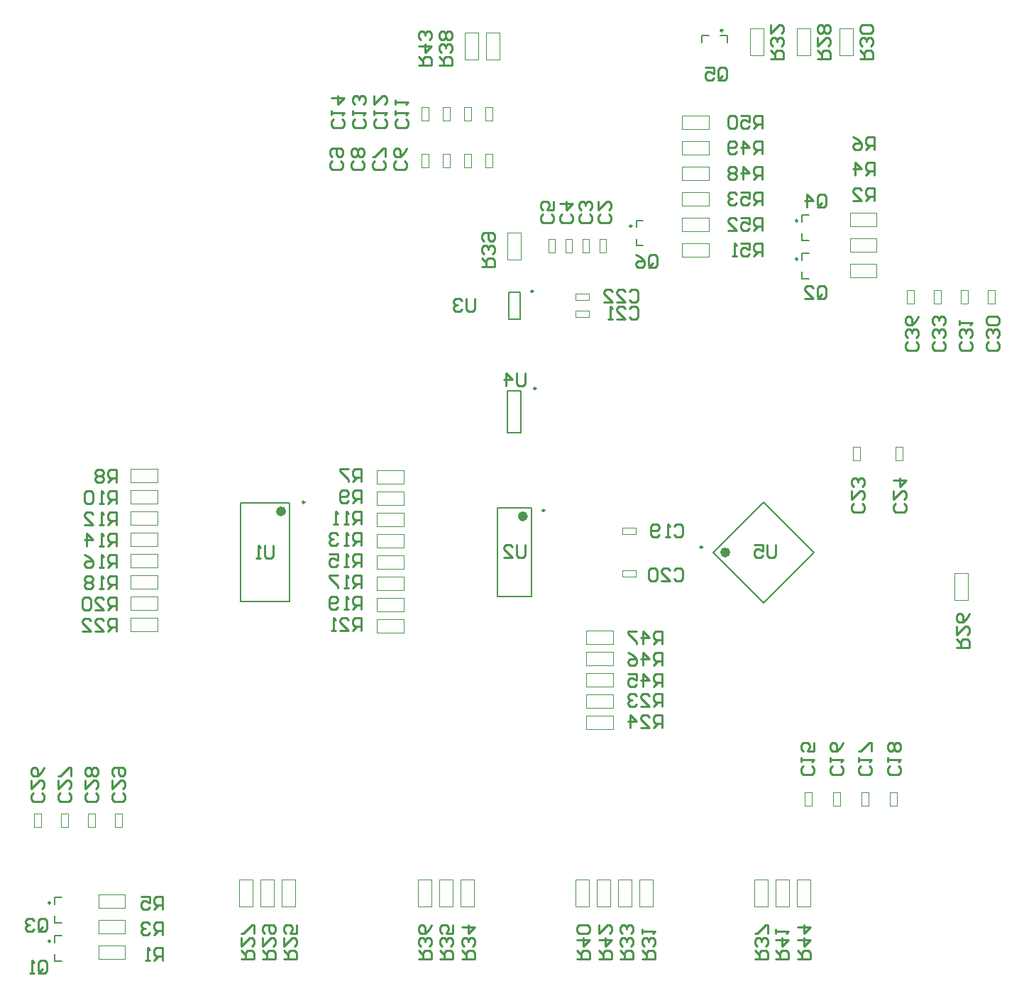
<source format=gbo>
G04 Layer_Color=32896*
%FSLAX44Y44*%
%MOMM*%
G71*
G01*
G75*
%ADD16C,0.2500*%
%ADD23C,0.2540*%
%ADD55C,0.2000*%
%ADD91C,0.6000*%
%ADD92C,0.1000*%
D16*
X344750Y784800D02*
G03*
X344750Y784800I-1250J0D01*
G01*
X819150Y731010D02*
G03*
X819150Y731010I-1250J0D01*
G01*
X617250Y1036640D02*
G03*
X617250Y1036640I-1250J0D01*
G01*
X620750Y920690D02*
G03*
X620750Y920690I-1250J0D01*
G01*
X630750Y775000D02*
G03*
X630750Y775000I-1250J0D01*
G01*
X735150Y1114500D02*
G03*
X735150Y1114500I-1250J0D01*
G01*
X41380Y306600D02*
G03*
X41380Y306600I-1250J0D01*
G01*
Y260880D02*
G03*
X41380Y260880I-1250J0D01*
G01*
X932910Y1120940D02*
G03*
X932910Y1120940I-1250J0D01*
G01*
Y1075220D02*
G03*
X932910Y1075220I-1250J0D01*
G01*
X843510Y1348100D02*
G03*
X843510Y1348100I-1250J0D01*
G01*
D23*
X669640Y239610D02*
X684875D01*
Y247227D01*
X682336Y249767D01*
X677258D01*
X674718Y247227D01*
Y239610D01*
Y244688D02*
X669640Y249767D01*
Y262462D02*
X684875D01*
X677258Y254845D01*
Y265002D01*
X682336Y270080D02*
X684875Y272619D01*
Y277698D01*
X682336Y280237D01*
X672179D01*
X669640Y277698D01*
Y272619D01*
X672179Y270080D01*
X682336D01*
X747240Y239610D02*
X762475D01*
Y247227D01*
X759936Y249767D01*
X754858D01*
X752318Y247227D01*
Y239610D01*
Y244688D02*
X747240Y249767D01*
X759936Y254845D02*
X762475Y257384D01*
Y262462D01*
X759936Y265002D01*
X757397D01*
X754858Y262462D01*
Y259923D01*
Y262462D01*
X752318Y265002D01*
X749779D01*
X747240Y262462D01*
Y257384D01*
X749779Y254845D01*
X747240Y270080D02*
Y275158D01*
Y272619D01*
X762475D01*
X759936Y270080D01*
X956383Y1139879D02*
Y1150036D01*
X958923Y1152575D01*
X964001D01*
X966540Y1150036D01*
Y1139879D01*
X964001Y1137340D01*
X958923D01*
X961462Y1142418D02*
X956383Y1137340D01*
X958923D02*
X956383Y1139879D01*
X943688Y1137340D02*
Y1152575D01*
X951305Y1144957D01*
X941148D01*
X414806Y1241887D02*
X417345Y1239347D01*
Y1234269D01*
X414806Y1231730D01*
X404649D01*
X402110Y1234269D01*
Y1239347D01*
X404649Y1241887D01*
X402110Y1246965D02*
Y1252043D01*
Y1249504D01*
X417345D01*
X414806Y1246965D01*
Y1259661D02*
X417345Y1262200D01*
Y1267278D01*
X414806Y1269818D01*
X412267D01*
X409728Y1267278D01*
Y1264739D01*
Y1267278D01*
X407188Y1269818D01*
X404649D01*
X402110Y1267278D01*
Y1262200D01*
X404649Y1259661D01*
X440206Y1241887D02*
X442745Y1239347D01*
Y1234269D01*
X440206Y1231730D01*
X430050D01*
X427510Y1234269D01*
Y1239347D01*
X430050Y1241887D01*
X427510Y1246965D02*
Y1252043D01*
Y1249504D01*
X442745D01*
X440206Y1246965D01*
X427510Y1269818D02*
Y1259661D01*
X437667Y1269818D01*
X440206D01*
X442745Y1267278D01*
Y1262200D01*
X440206Y1259661D01*
X465606Y1241887D02*
X468145Y1239347D01*
Y1234269D01*
X465606Y1231730D01*
X455450D01*
X452910Y1234269D01*
Y1239347D01*
X455450Y1241887D01*
X452910Y1246965D02*
Y1252043D01*
Y1249504D01*
X468145D01*
X465606Y1246965D01*
X452910Y1259661D02*
Y1264739D01*
Y1262200D01*
X468145D01*
X465606Y1259661D01*
X387406Y1192096D02*
X389945Y1189557D01*
Y1184479D01*
X387406Y1181940D01*
X377249D01*
X374710Y1184479D01*
Y1189557D01*
X377249Y1192096D01*
Y1197175D02*
X374710Y1199714D01*
Y1204792D01*
X377249Y1207332D01*
X387406D01*
X389945Y1204792D01*
Y1199714D01*
X387406Y1197175D01*
X384867D01*
X382328Y1199714D01*
Y1207332D01*
X412806Y1192096D02*
X415345Y1189557D01*
Y1184479D01*
X412806Y1181940D01*
X402649D01*
X400110Y1184479D01*
Y1189557D01*
X402649Y1192096D01*
X412806Y1197175D02*
X415345Y1199714D01*
Y1204792D01*
X412806Y1207332D01*
X410267D01*
X407728Y1204792D01*
X405188Y1207332D01*
X402649D01*
X400110Y1204792D01*
Y1199714D01*
X402649Y1197175D01*
X405188D01*
X407728Y1199714D01*
X410267Y1197175D01*
X412806D01*
X407728Y1199714D02*
Y1204792D01*
X438206Y1192096D02*
X440745Y1189557D01*
Y1184479D01*
X438206Y1181940D01*
X428049D01*
X425510Y1184479D01*
Y1189557D01*
X428049Y1192096D01*
X440745Y1197175D02*
Y1207332D01*
X438206D01*
X428049Y1197175D01*
X425510D01*
X463606Y1192096D02*
X466145Y1189557D01*
Y1184479D01*
X463606Y1181940D01*
X453450D01*
X450910Y1184479D01*
Y1189557D01*
X453450Y1192096D01*
X466145Y1207332D02*
X463606Y1202253D01*
X458528Y1197175D01*
X453450D01*
X450910Y1199714D01*
Y1204792D01*
X453450Y1207332D01*
X455989D01*
X458528Y1204792D01*
Y1197175D01*
X639016Y1128867D02*
X641555Y1126327D01*
Y1121249D01*
X639016Y1118710D01*
X628859D01*
X626320Y1121249D01*
Y1126327D01*
X628859Y1128867D01*
X641555Y1144102D02*
Y1133945D01*
X633938D01*
X636477Y1139023D01*
Y1141562D01*
X633938Y1144102D01*
X628859D01*
X626320Y1141562D01*
Y1136484D01*
X628859Y1133945D01*
X661903Y1128867D02*
X664442Y1126327D01*
Y1121249D01*
X661903Y1118710D01*
X651746D01*
X649207Y1121249D01*
Y1126327D01*
X651746Y1128867D01*
X649207Y1141562D02*
X664442D01*
X656824Y1133945D01*
Y1144102D01*
X684789Y1128867D02*
X687328Y1126327D01*
Y1121249D01*
X684789Y1118710D01*
X674633D01*
X672093Y1121249D01*
Y1126327D01*
X674633Y1128867D01*
X684789Y1133945D02*
X687328Y1136484D01*
Y1141562D01*
X684789Y1144102D01*
X682250D01*
X679711Y1141562D01*
Y1139023D01*
Y1141562D01*
X677172Y1144102D01*
X674633D01*
X672093Y1141562D01*
Y1136484D01*
X674633Y1133945D01*
X707676Y1128867D02*
X710215Y1126327D01*
Y1121249D01*
X707676Y1118710D01*
X697519D01*
X694980Y1121249D01*
Y1126327D01*
X697519Y1128867D01*
X694980Y1144102D02*
Y1133945D01*
X705137Y1144102D01*
X707676D01*
X710215Y1141562D01*
Y1136484D01*
X707676Y1133945D01*
X837993Y1291559D02*
Y1301716D01*
X840533Y1304255D01*
X845611D01*
X848150Y1301716D01*
Y1291559D01*
X845611Y1289020D01*
X840533D01*
X843072Y1294098D02*
X837993Y1289020D01*
X840533D02*
X837993Y1291559D01*
X822758Y1304255D02*
X832915D01*
Y1296637D01*
X827837Y1299176D01*
X825297D01*
X822758Y1296637D01*
Y1291559D01*
X825297Y1289020D01*
X830376D01*
X832915Y1291559D01*
X890280Y1139670D02*
Y1154905D01*
X882663D01*
X880123Y1152366D01*
Y1147287D01*
X882663Y1144748D01*
X890280D01*
X885202D02*
X880123Y1139670D01*
X864888Y1154905D02*
X875045D01*
Y1147287D01*
X869967Y1149827D01*
X867427D01*
X864888Y1147287D01*
Y1142209D01*
X867427Y1139670D01*
X872506D01*
X875045Y1142209D01*
X859810Y1152366D02*
X857271Y1154905D01*
X852192D01*
X849653Y1152366D01*
Y1149827D01*
X852192Y1147287D01*
X854732D01*
X852192D01*
X849653Y1144748D01*
Y1142209D01*
X852192Y1139670D01*
X857271D01*
X859810Y1142209D01*
X890280Y1109190D02*
Y1124425D01*
X882663D01*
X880123Y1121886D01*
Y1116807D01*
X882663Y1114268D01*
X890280D01*
X885202D02*
X880123Y1109190D01*
X864888Y1124425D02*
X875045D01*
Y1116807D01*
X869967Y1119347D01*
X867427D01*
X864888Y1116807D01*
Y1111729D01*
X867427Y1109190D01*
X872506D01*
X875045Y1111729D01*
X849653Y1109190D02*
X859810D01*
X849653Y1119347D01*
Y1121886D01*
X852192Y1124425D01*
X857271D01*
X859810Y1121886D01*
X890280Y1078710D02*
Y1093945D01*
X882663D01*
X880123Y1091406D01*
Y1086327D01*
X882663Y1083788D01*
X890280D01*
X885202D02*
X880123Y1078710D01*
X864888Y1093945D02*
X875045D01*
Y1086327D01*
X869967Y1088867D01*
X867427D01*
X864888Y1086327D01*
Y1081249D01*
X867427Y1078710D01*
X872506D01*
X875045Y1081249D01*
X859810Y1078710D02*
X854732D01*
X857271D01*
Y1093945D01*
X859810Y1091406D01*
X890280Y1231110D02*
Y1246345D01*
X882663D01*
X880123Y1243806D01*
Y1238727D01*
X882663Y1236188D01*
X890280D01*
X885202D02*
X880123Y1231110D01*
X864888Y1246345D02*
X875045D01*
Y1238727D01*
X869967Y1241267D01*
X867427D01*
X864888Y1238727D01*
Y1233649D01*
X867427Y1231110D01*
X872506D01*
X875045Y1233649D01*
X859810Y1243806D02*
X857271Y1246345D01*
X852192D01*
X849653Y1243806D01*
Y1233649D01*
X852192Y1231110D01*
X857271D01*
X859810Y1233649D01*
Y1243806D01*
X890280Y1200630D02*
Y1215865D01*
X882663D01*
X880123Y1213326D01*
Y1208247D01*
X882663Y1205708D01*
X890280D01*
X885202D02*
X880123Y1200630D01*
X867427D02*
Y1215865D01*
X875045Y1208247D01*
X864888D01*
X859810Y1203169D02*
X857271Y1200630D01*
X852192D01*
X849653Y1203169D01*
Y1213326D01*
X852192Y1215865D01*
X857271D01*
X859810Y1213326D01*
Y1210787D01*
X857271Y1208247D01*
X849653D01*
X890280Y1170150D02*
Y1185385D01*
X882663D01*
X880123Y1182846D01*
Y1177767D01*
X882663Y1175228D01*
X890280D01*
X885202D02*
X880123Y1170150D01*
X867427D02*
Y1185385D01*
X875045Y1177767D01*
X864888D01*
X859810Y1182846D02*
X857271Y1185385D01*
X852192D01*
X849653Y1182846D01*
Y1180307D01*
X852192Y1177767D01*
X849653Y1175228D01*
Y1172689D01*
X852192Y1170150D01*
X857271D01*
X859810Y1172689D01*
Y1175228D01*
X857271Y1177767D01*
X859810Y1180307D01*
Y1182846D01*
X857271Y1177767D02*
X852192D01*
X754893Y1067829D02*
Y1077986D01*
X757432Y1080525D01*
X762511D01*
X765050Y1077986D01*
Y1067829D01*
X762511Y1065290D01*
X757432D01*
X759972Y1070368D02*
X754893Y1065290D01*
X757432D02*
X754893Y1067829D01*
X739658Y1080525D02*
X744737Y1077986D01*
X749815Y1072907D01*
Y1067829D01*
X747276Y1065290D01*
X742197D01*
X739658Y1067829D01*
Y1070368D01*
X742197Y1072907D01*
X749815D01*
X1073886Y975927D02*
X1076425Y973387D01*
Y968309D01*
X1073886Y965770D01*
X1063729D01*
X1061190Y968309D01*
Y973387D01*
X1063729Y975927D01*
X1073886Y981005D02*
X1076425Y983544D01*
Y988622D01*
X1073886Y991162D01*
X1071347D01*
X1068808Y988622D01*
Y986083D01*
Y988622D01*
X1066268Y991162D01*
X1063729D01*
X1061190Y988622D01*
Y983544D01*
X1063729Y981005D01*
X1076425Y1006397D02*
X1073886Y1001318D01*
X1068808Y996240D01*
X1063729D01*
X1061190Y998779D01*
Y1003857D01*
X1063729Y1006397D01*
X1066268D01*
X1068808Y1003857D01*
Y996240D01*
X1106059Y975927D02*
X1108598Y973387D01*
Y968309D01*
X1106059Y965770D01*
X1095903D01*
X1093363Y968309D01*
Y973387D01*
X1095903Y975927D01*
X1106059Y981005D02*
X1108598Y983544D01*
Y988622D01*
X1106059Y991162D01*
X1103520D01*
X1100981Y988622D01*
Y986083D01*
Y988622D01*
X1098442Y991162D01*
X1095903D01*
X1093363Y988622D01*
Y983544D01*
X1095903Y981005D01*
X1106059Y996240D02*
X1108598Y998779D01*
Y1003857D01*
X1106059Y1006397D01*
X1103520D01*
X1100981Y1003857D01*
Y1001318D01*
Y1003857D01*
X1098442Y1006397D01*
X1095903D01*
X1093363Y1003857D01*
Y998779D01*
X1095903Y996240D01*
X1138233Y975927D02*
X1140772Y973387D01*
Y968309D01*
X1138233Y965770D01*
X1128076D01*
X1125537Y968309D01*
Y973387D01*
X1128076Y975927D01*
X1138233Y981005D02*
X1140772Y983544D01*
Y988622D01*
X1138233Y991162D01*
X1135694D01*
X1133154Y988622D01*
Y986083D01*
Y988622D01*
X1130615Y991162D01*
X1128076D01*
X1125537Y988622D01*
Y983544D01*
X1128076Y981005D01*
X1125537Y996240D02*
Y1001318D01*
Y998779D01*
X1140772D01*
X1138233Y996240D01*
X1170406Y975927D02*
X1172945Y973387D01*
Y968309D01*
X1170406Y965770D01*
X1160249D01*
X1157710Y968309D01*
Y973387D01*
X1160249Y975927D01*
X1170406Y981005D02*
X1172945Y983544D01*
Y988622D01*
X1170406Y991162D01*
X1167867D01*
X1165328Y988622D01*
Y986083D01*
Y988622D01*
X1162788Y991162D01*
X1160249D01*
X1157710Y988622D01*
Y983544D01*
X1160249Y981005D01*
X1170406Y996240D02*
X1172945Y998779D01*
Y1003857D01*
X1170406Y1006397D01*
X1160249D01*
X1157710Y1003857D01*
Y998779D01*
X1160249Y996240D01*
X1170406D01*
X127536Y437907D02*
X130075Y435367D01*
Y430289D01*
X127536Y427750D01*
X117379D01*
X114840Y430289D01*
Y435367D01*
X117379Y437907D01*
X114840Y453142D02*
Y442985D01*
X124997Y453142D01*
X127536D01*
X130075Y450602D01*
Y445524D01*
X127536Y442985D01*
X117379Y458220D02*
X114840Y460759D01*
Y465838D01*
X117379Y468377D01*
X127536D01*
X130075Y465838D01*
Y460759D01*
X127536Y458220D01*
X124997D01*
X122458Y460759D01*
Y468377D01*
X95376Y437907D02*
X97915Y435367D01*
Y430289D01*
X95376Y427750D01*
X85219D01*
X82680Y430289D01*
Y435367D01*
X85219Y437907D01*
X82680Y453142D02*
Y442985D01*
X92837Y453142D01*
X95376D01*
X97915Y450602D01*
Y445524D01*
X95376Y442985D01*
Y458220D02*
X97915Y460759D01*
Y465838D01*
X95376Y468377D01*
X92837D01*
X90298Y465838D01*
X87758Y468377D01*
X85219D01*
X82680Y465838D01*
Y460759D01*
X85219Y458220D01*
X87758D01*
X90298Y460759D01*
X92837Y458220D01*
X95376D01*
X90298Y460759D02*
Y465838D01*
X63216Y437907D02*
X65755Y435367D01*
Y430289D01*
X63216Y427750D01*
X53059D01*
X50520Y430289D01*
Y435367D01*
X53059Y437907D01*
X50520Y453142D02*
Y442985D01*
X60677Y453142D01*
X63216D01*
X65755Y450602D01*
Y445524D01*
X63216Y442985D01*
X65755Y458220D02*
Y468377D01*
X63216D01*
X53059Y458220D01*
X50520D01*
X31056Y437907D02*
X33595Y435367D01*
Y430289D01*
X31056Y427750D01*
X20899D01*
X18360Y430289D01*
Y435367D01*
X20899Y437907D01*
X18360Y453142D02*
Y442985D01*
X28517Y453142D01*
X31056D01*
X33595Y450602D01*
Y445524D01*
X31056Y442985D01*
X33595Y468377D02*
X31056Y463298D01*
X25978Y458220D01*
X20899D01*
X18360Y460759D01*
Y465838D01*
X20899Y468377D01*
X23438D01*
X25978Y465838D01*
Y458220D01*
X695507Y239610D02*
X710742D01*
Y247227D01*
X708203Y249767D01*
X703124D01*
X700585Y247227D01*
Y239610D01*
Y244688D02*
X695507Y249767D01*
Y262462D02*
X710742D01*
X703124Y254845D01*
Y265002D01*
X695507Y280237D02*
Y270080D01*
X705664Y280237D01*
X708203D01*
X710742Y277698D01*
Y272619D01*
X708203Y270080D01*
X480970Y239610D02*
X496205D01*
Y247227D01*
X493666Y249767D01*
X488588D01*
X486048Y247227D01*
Y239610D01*
Y244688D02*
X480970Y249767D01*
X493666Y254845D02*
X496205Y257384D01*
Y262462D01*
X493666Y265002D01*
X491127D01*
X488588Y262462D01*
Y259923D01*
Y262462D01*
X486048Y265002D01*
X483509D01*
X480970Y262462D01*
Y257384D01*
X483509Y254845D01*
X496205Y280237D02*
X493666Y275158D01*
X488588Y270080D01*
X483509D01*
X480970Y272619D01*
Y277698D01*
X483509Y280237D01*
X486048D01*
X488588Y277698D01*
Y270080D01*
X506500Y239610D02*
X521735D01*
Y247227D01*
X519196Y249767D01*
X514118D01*
X511578Y247227D01*
Y239610D01*
Y244688D02*
X506500Y249767D01*
X519196Y254845D02*
X521735Y257384D01*
Y262462D01*
X519196Y265002D01*
X516657D01*
X514118Y262462D01*
Y259923D01*
Y262462D01*
X511578Y265002D01*
X509039D01*
X506500Y262462D01*
Y257384D01*
X509039Y254845D01*
X521735Y280237D02*
Y270080D01*
X514118D01*
X516657Y275158D01*
Y277698D01*
X514118Y280237D01*
X509039D01*
X506500Y277698D01*
Y272619D01*
X509039Y270080D01*
X294435Y239610D02*
X309670D01*
Y247227D01*
X307131Y249767D01*
X302053D01*
X299513Y247227D01*
Y239610D01*
Y244688D02*
X294435Y249767D01*
Y265002D02*
Y254845D01*
X304592Y265002D01*
X307131D01*
X309670Y262462D01*
Y257384D01*
X307131Y254845D01*
X296974Y270080D02*
X294435Y272619D01*
Y277698D01*
X296974Y280237D01*
X307131D01*
X309670Y277698D01*
Y272619D01*
X307131Y270080D01*
X304592D01*
X302053Y272619D01*
Y280237D01*
X268680Y239610D02*
X283915D01*
Y247227D01*
X281376Y249767D01*
X276298D01*
X273758Y247227D01*
Y239610D01*
Y244688D02*
X268680Y249767D01*
Y265002D02*
Y254845D01*
X278837Y265002D01*
X281376D01*
X283915Y262462D01*
Y257384D01*
X281376Y254845D01*
X283915Y270080D02*
Y280237D01*
X281376D01*
X271219Y270080D01*
X268680D01*
X320190Y239610D02*
X335425D01*
Y247227D01*
X332886Y249767D01*
X327808D01*
X325268Y247227D01*
Y239610D01*
Y244688D02*
X320190Y249767D01*
Y265002D02*
Y254845D01*
X330347Y265002D01*
X332886D01*
X335425Y262462D01*
Y257384D01*
X332886Y254845D01*
X335425Y280237D02*
Y270080D01*
X327808D01*
X330347Y275158D01*
Y277698D01*
X327808Y280237D01*
X322729D01*
X320190Y277698D01*
Y272619D01*
X322729Y270080D01*
X956383Y1030549D02*
Y1040706D01*
X958923Y1043245D01*
X964001D01*
X966540Y1040706D01*
Y1030549D01*
X964001Y1028010D01*
X958923D01*
X961462Y1033088D02*
X956383Y1028010D01*
X958923D02*
X956383Y1030549D01*
X941148Y1028010D02*
X951305D01*
X941148Y1038167D01*
Y1040706D01*
X943688Y1043245D01*
X948766D01*
X951305Y1040706D01*
X389406Y1241887D02*
X391945Y1239347D01*
Y1234269D01*
X389406Y1231730D01*
X379249D01*
X376710Y1234269D01*
Y1239347D01*
X379249Y1241887D01*
X376710Y1246965D02*
Y1252043D01*
Y1249504D01*
X391945D01*
X389406Y1246965D01*
X376710Y1267278D02*
X391945D01*
X384328Y1259661D01*
Y1269818D01*
X547940Y1028225D02*
Y1015529D01*
X545401Y1012990D01*
X540322D01*
X537783Y1015529D01*
Y1028225D01*
X532705Y1025686D02*
X530166Y1028225D01*
X525088D01*
X522548Y1025686D01*
Y1023147D01*
X525088Y1020607D01*
X527627D01*
X525088D01*
X522548Y1018068D01*
Y1015529D01*
X525088Y1012990D01*
X530166D01*
X532705Y1015529D01*
X607500Y733735D02*
Y721039D01*
X604961Y718500D01*
X599883D01*
X597343Y721039D01*
Y733735D01*
X582108Y718500D02*
X592265D01*
X582108Y728656D01*
Y731196D01*
X584647Y733735D01*
X589726D01*
X592265Y731196D01*
X307000Y733485D02*
Y720789D01*
X304461Y718250D01*
X299382D01*
X296843Y720789D01*
Y733485D01*
X291765Y718250D02*
X286687D01*
X289226D01*
Y733485D01*
X291765Y730946D01*
X771340Y615810D02*
Y631045D01*
X763723D01*
X761183Y628506D01*
Y623427D01*
X763723Y620888D01*
X771340D01*
X766262D02*
X761183Y615810D01*
X748487D02*
Y631045D01*
X756105Y623427D01*
X745948D01*
X740870Y631045D02*
X730713D01*
Y628506D01*
X740870Y618349D01*
Y615810D01*
X771340Y590410D02*
Y605645D01*
X763723D01*
X761183Y603106D01*
Y598027D01*
X763723Y595488D01*
X771340D01*
X766262D02*
X761183Y590410D01*
X748487D02*
Y605645D01*
X756105Y598027D01*
X745948D01*
X730713Y605645D02*
X735791Y603106D01*
X740870Y598027D01*
Y592949D01*
X738331Y590410D01*
X733252D01*
X730713Y592949D01*
Y595488D01*
X733252Y598027D01*
X740870D01*
X771340Y565010D02*
Y580245D01*
X763723D01*
X761183Y577706D01*
Y572627D01*
X763723Y570088D01*
X771340D01*
X766262D02*
X761183Y565010D01*
X748487D02*
Y580245D01*
X756105Y572627D01*
X745948D01*
X730713Y580245D02*
X740870D01*
Y572627D01*
X735791Y575167D01*
X733252D01*
X730713Y572627D01*
Y567549D01*
X733252Y565010D01*
X738331D01*
X740870Y567549D01*
X1007210Y1314220D02*
X1022445D01*
Y1321837D01*
X1019906Y1324377D01*
X1014828D01*
X1012288Y1321837D01*
Y1314220D01*
Y1319298D02*
X1007210Y1324377D01*
X1019906Y1329455D02*
X1022445Y1331994D01*
Y1337072D01*
X1019906Y1339612D01*
X1017367D01*
X1014828Y1337072D01*
Y1334533D01*
Y1337072D01*
X1012288Y1339612D01*
X1009749D01*
X1007210Y1337072D01*
Y1331994D01*
X1009749Y1329455D01*
X1019906Y1344690D02*
X1022445Y1347229D01*
Y1352307D01*
X1019906Y1354847D01*
X1009749D01*
X1007210Y1352307D01*
Y1347229D01*
X1009749Y1344690D01*
X1019906D01*
X956440Y1314220D02*
X971675D01*
Y1321837D01*
X969136Y1324377D01*
X964058D01*
X961518Y1321837D01*
Y1314220D01*
Y1319298D02*
X956440Y1324377D01*
Y1339612D02*
Y1329455D01*
X966597Y1339612D01*
X969136D01*
X971675Y1337072D01*
Y1331994D01*
X969136Y1329455D01*
Y1344690D02*
X971675Y1347229D01*
Y1352307D01*
X969136Y1354847D01*
X966597D01*
X964058Y1352307D01*
X961518Y1354847D01*
X958979D01*
X956440Y1352307D01*
Y1347229D01*
X958979Y1344690D01*
X961518D01*
X964058Y1347229D01*
X966597Y1344690D01*
X969136D01*
X964058Y1347229D02*
Y1352307D01*
X1122280Y611200D02*
X1137515D01*
Y618817D01*
X1134976Y621357D01*
X1129898D01*
X1127358Y618817D01*
Y611200D01*
Y616278D02*
X1122280Y621357D01*
Y636592D02*
Y626435D01*
X1132437Y636592D01*
X1134976D01*
X1137515Y634052D01*
Y628974D01*
X1134976Y626435D01*
X1137515Y651827D02*
X1134976Y646748D01*
X1129898Y641670D01*
X1124819D01*
X1122280Y644209D01*
Y649287D01*
X1124819Y651827D01*
X1127358D01*
X1129898Y649287D01*
Y641670D01*
X900790Y1314220D02*
X916025D01*
Y1321837D01*
X913486Y1324377D01*
X908408D01*
X905868Y1321837D01*
Y1314220D01*
Y1319298D02*
X900790Y1324377D01*
X913486Y1329455D02*
X916025Y1331994D01*
Y1337072D01*
X913486Y1339612D01*
X910947D01*
X908408Y1337072D01*
Y1334533D01*
Y1337072D01*
X905868Y1339612D01*
X903329D01*
X900790Y1337072D01*
Y1331994D01*
X903329Y1329455D01*
X900790Y1354847D02*
Y1344690D01*
X910947Y1354847D01*
X913486D01*
X916025Y1352307D01*
Y1347229D01*
X913486Y1344690D01*
X771340Y515240D02*
Y530475D01*
X763723D01*
X761183Y527936D01*
Y522857D01*
X763723Y520318D01*
X771340D01*
X766262D02*
X761183Y515240D01*
X745948D02*
X756105D01*
X745948Y525396D01*
Y527936D01*
X748487Y530475D01*
X753566D01*
X756105Y527936D01*
X733252Y515240D02*
Y530475D01*
X740870Y522857D01*
X730713D01*
X771340Y540890D02*
Y556125D01*
X763723D01*
X761183Y553586D01*
Y548507D01*
X763723Y545968D01*
X771340D01*
X766262D02*
X761183Y540890D01*
X745948D02*
X756105D01*
X745948Y551046D01*
Y553586D01*
X748487Y556125D01*
X753566D01*
X756105Y553586D01*
X740870D02*
X738331Y556125D01*
X733252D01*
X730713Y553586D01*
Y551046D01*
X733252Y548507D01*
X735791D01*
X733252D01*
X730713Y545968D01*
Y543429D01*
X733252Y540890D01*
X738331D01*
X740870Y543429D01*
X119900Y631090D02*
Y646325D01*
X112282D01*
X109743Y643786D01*
Y638707D01*
X112282Y636168D01*
X119900D01*
X114822D02*
X109743Y631090D01*
X94508D02*
X104665D01*
X94508Y641246D01*
Y643786D01*
X97047Y646325D01*
X102126D01*
X104665Y643786D01*
X79273Y631090D02*
X89430D01*
X79273Y641246D01*
Y643786D01*
X81812Y646325D01*
X86891D01*
X89430Y643786D01*
X411790Y631830D02*
Y647065D01*
X404172D01*
X401633Y644526D01*
Y639448D01*
X404172Y636908D01*
X411790D01*
X406712D02*
X401633Y631830D01*
X386398D02*
X396555D01*
X386398Y641987D01*
Y644526D01*
X388937Y647065D01*
X394016D01*
X396555Y644526D01*
X381320Y631830D02*
X376241D01*
X378781D01*
Y647065D01*
X381320Y644526D01*
X119900Y656490D02*
Y671725D01*
X112282D01*
X109743Y669186D01*
Y664107D01*
X112282Y661568D01*
X119900D01*
X114822D02*
X109743Y656490D01*
X94508D02*
X104665D01*
X94508Y666646D01*
Y669186D01*
X97047Y671725D01*
X102126D01*
X104665Y669186D01*
X89430D02*
X86891Y671725D01*
X81812D01*
X79273Y669186D01*
Y659029D01*
X81812Y656490D01*
X86891D01*
X89430Y659029D01*
Y669186D01*
X411790Y657230D02*
Y672465D01*
X404172D01*
X401633Y669926D01*
Y664847D01*
X404172Y662308D01*
X411790D01*
X406712D02*
X401633Y657230D01*
X396555D02*
X391477D01*
X394016D01*
Y672465D01*
X396555Y669926D01*
X383859Y659769D02*
X381320Y657230D01*
X376241D01*
X373702Y659769D01*
Y669926D01*
X376241Y672465D01*
X381320D01*
X383859Y669926D01*
Y667387D01*
X381320Y664847D01*
X373702D01*
X119900Y681890D02*
Y697125D01*
X112282D01*
X109743Y694586D01*
Y689507D01*
X112282Y686968D01*
X119900D01*
X114822D02*
X109743Y681890D01*
X104665D02*
X99587D01*
X102126D01*
Y697125D01*
X104665Y694586D01*
X91969D02*
X89430Y697125D01*
X84352D01*
X81812Y694586D01*
Y692047D01*
X84352Y689507D01*
X81812Y686968D01*
Y684429D01*
X84352Y681890D01*
X89430D01*
X91969Y684429D01*
Y686968D01*
X89430Y689507D01*
X91969Y692047D01*
Y694586D01*
X89430Y689507D02*
X84352D01*
X411790Y682630D02*
Y697865D01*
X404172D01*
X401633Y695326D01*
Y690247D01*
X404172Y687708D01*
X411790D01*
X406712D02*
X401633Y682630D01*
X396555D02*
X391477D01*
X394016D01*
Y697865D01*
X396555Y695326D01*
X383859Y697865D02*
X373702D01*
Y695326D01*
X383859Y685169D01*
Y682630D01*
X119900Y707290D02*
Y722525D01*
X112282D01*
X109743Y719986D01*
Y714907D01*
X112282Y712368D01*
X119900D01*
X114822D02*
X109743Y707290D01*
X104665D02*
X99587D01*
X102126D01*
Y722525D01*
X104665Y719986D01*
X81812Y722525D02*
X86891Y719986D01*
X91969Y714907D01*
Y709829D01*
X89430Y707290D01*
X84352D01*
X81812Y709829D01*
Y712368D01*
X84352Y714907D01*
X91969D01*
X411790Y708030D02*
Y723265D01*
X404172D01*
X401633Y720726D01*
Y715648D01*
X404172Y713108D01*
X411790D01*
X406712D02*
X401633Y708030D01*
X396555D02*
X391477D01*
X394016D01*
Y723265D01*
X396555Y720726D01*
X373702Y723265D02*
X383859D01*
Y715648D01*
X378781Y718187D01*
X376241D01*
X373702Y715648D01*
Y710569D01*
X376241Y708030D01*
X381320D01*
X383859Y710569D01*
X119900Y732690D02*
Y747925D01*
X112282D01*
X109743Y745386D01*
Y740307D01*
X112282Y737768D01*
X119900D01*
X114822D02*
X109743Y732690D01*
X104665D02*
X99587D01*
X102126D01*
Y747925D01*
X104665Y745386D01*
X84352Y732690D02*
Y747925D01*
X91969Y740307D01*
X81812D01*
X411790Y733430D02*
Y748665D01*
X404172D01*
X401633Y746126D01*
Y741048D01*
X404172Y738508D01*
X411790D01*
X406712D02*
X401633Y733430D01*
X396555D02*
X391477D01*
X394016D01*
Y748665D01*
X396555Y746126D01*
X383859D02*
X381320Y748665D01*
X376241D01*
X373702Y746126D01*
Y743587D01*
X376241Y741048D01*
X378781D01*
X376241D01*
X373702Y738508D01*
Y735969D01*
X376241Y733430D01*
X381320D01*
X383859Y735969D01*
X119900Y758090D02*
Y773325D01*
X112282D01*
X109743Y770786D01*
Y765707D01*
X112282Y763168D01*
X119900D01*
X114822D02*
X109743Y758090D01*
X104665D02*
X99587D01*
X102126D01*
Y773325D01*
X104665Y770786D01*
X81812Y758090D02*
X91969D01*
X81812Y768247D01*
Y770786D01*
X84352Y773325D01*
X89430D01*
X91969Y770786D01*
X411790Y758830D02*
Y774065D01*
X404172D01*
X401633Y771526D01*
Y766448D01*
X404172Y763908D01*
X411790D01*
X406712D02*
X401633Y758830D01*
X396555D02*
X391477D01*
X394016D01*
Y774065D01*
X396555Y771526D01*
X383859Y758830D02*
X378781D01*
X381320D01*
Y774065D01*
X383859Y771526D01*
X119900Y783490D02*
Y798725D01*
X112282D01*
X109743Y796186D01*
Y791107D01*
X112282Y788568D01*
X119900D01*
X114822D02*
X109743Y783490D01*
X104665D02*
X99587D01*
X102126D01*
Y798725D01*
X104665Y796186D01*
X91969D02*
X89430Y798725D01*
X84352D01*
X81812Y796186D01*
Y786029D01*
X84352Y783490D01*
X89430D01*
X91969Y786029D01*
Y796186D01*
X411790Y784230D02*
Y799465D01*
X404172D01*
X401633Y796926D01*
Y791848D01*
X404172Y789308D01*
X411790D01*
X406712D02*
X401633Y784230D01*
X396555Y786769D02*
X394016Y784230D01*
X388937D01*
X386398Y786769D01*
Y796926D01*
X388937Y799465D01*
X394016D01*
X396555Y796926D01*
Y794387D01*
X394016Y791848D01*
X386398D01*
X119900Y808890D02*
Y824125D01*
X112282D01*
X109743Y821586D01*
Y816507D01*
X112282Y813968D01*
X119900D01*
X114822D02*
X109743Y808890D01*
X104665Y821586D02*
X102126Y824125D01*
X97047D01*
X94508Y821586D01*
Y819046D01*
X97047Y816507D01*
X94508Y813968D01*
Y811429D01*
X97047Y808890D01*
X102126D01*
X104665Y811429D01*
Y813968D01*
X102126Y816507D01*
X104665Y819046D01*
Y821586D01*
X102126Y816507D02*
X97047D01*
X411790Y809630D02*
Y824865D01*
X404172D01*
X401633Y822326D01*
Y817247D01*
X404172Y814708D01*
X411790D01*
X406712D02*
X401633Y809630D01*
X396555Y824865D02*
X386398D01*
Y822326D01*
X396555Y812169D01*
Y809630D01*
X1024010Y1205600D02*
Y1220835D01*
X1016392D01*
X1013853Y1218296D01*
Y1213218D01*
X1016392Y1210679D01*
X1024010D01*
X1018932D02*
X1013853Y1205600D01*
X998618Y1220835D02*
X1003697Y1218296D01*
X1008775Y1213218D01*
Y1208139D01*
X1006236Y1205600D01*
X1001157D01*
X998618Y1208139D01*
Y1210679D01*
X1001157Y1213218D01*
X1008775D01*
X175180Y298890D02*
Y314125D01*
X167563D01*
X165023Y311586D01*
Y306507D01*
X167563Y303968D01*
X175180D01*
X170102D02*
X165023Y298890D01*
X149788Y314125D02*
X159945D01*
Y306507D01*
X154867Y309047D01*
X152327D01*
X149788Y306507D01*
Y301429D01*
X152327Y298890D01*
X157406D01*
X159945Y301429D01*
X1024010Y1175120D02*
Y1190355D01*
X1016392D01*
X1013853Y1187816D01*
Y1182738D01*
X1016392Y1180199D01*
X1024010D01*
X1018932D02*
X1013853Y1175120D01*
X1001157D02*
Y1190355D01*
X1008775Y1182738D01*
X998618D01*
X175180Y268410D02*
Y283645D01*
X167563D01*
X165023Y281106D01*
Y276027D01*
X167563Y273488D01*
X175180D01*
X170102D02*
X165023Y268410D01*
X159945Y281106D02*
X157406Y283645D01*
X152327D01*
X149788Y281106D01*
Y278567D01*
X152327Y276027D01*
X154867D01*
X152327D01*
X149788Y273488D01*
Y270949D01*
X152327Y268410D01*
X157406D01*
X159945Y270949D01*
X1024010Y1144640D02*
Y1159875D01*
X1016392D01*
X1013853Y1157336D01*
Y1152258D01*
X1016392Y1149719D01*
X1024010D01*
X1018932D02*
X1013853Y1144640D01*
X998618D02*
X1008775D01*
X998618Y1154797D01*
Y1157336D01*
X1001157Y1159875D01*
X1006236D01*
X1008775Y1157336D01*
X175180Y237930D02*
Y253165D01*
X167563D01*
X165023Y250626D01*
Y245547D01*
X167563Y243008D01*
X175180D01*
X170102D02*
X165023Y237930D01*
X159945D02*
X154867D01*
X157406D01*
Y253165D01*
X159945Y250626D01*
X26823Y275279D02*
Y285436D01*
X29362Y287975D01*
X34441D01*
X36980Y285436D01*
Y275279D01*
X34441Y272740D01*
X29362D01*
X31902Y277818D02*
X26823Y272740D01*
X29362D02*
X26823Y275279D01*
X21745Y285436D02*
X19206Y287975D01*
X14128D01*
X11588Y285436D01*
Y282897D01*
X14128Y280357D01*
X16667D01*
X14128D01*
X11588Y277818D01*
Y275279D01*
X14128Y272740D01*
X19206D01*
X21745Y275279D01*
X26823Y225229D02*
Y235386D01*
X29362Y237925D01*
X34441D01*
X36980Y235386D01*
Y225229D01*
X34441Y222690D01*
X29362D01*
X31902Y227768D02*
X26823Y222690D01*
X29362D02*
X26823Y225229D01*
X21745Y222690D02*
X16667D01*
X19206D01*
Y237925D01*
X21745Y235386D01*
X732243Y1036446D02*
X734782Y1038985D01*
X739861D01*
X742400Y1036446D01*
Y1026289D01*
X739861Y1023750D01*
X734782D01*
X732243Y1026289D01*
X717008Y1023750D02*
X727165D01*
X717008Y1033907D01*
Y1036446D01*
X719547Y1038985D01*
X724626D01*
X727165Y1036446D01*
X701773Y1023750D02*
X711930D01*
X701773Y1033907D01*
Y1036446D01*
X704312Y1038985D01*
X709391D01*
X711930Y1036446D01*
X732243Y1016126D02*
X734782Y1018665D01*
X739861D01*
X742400Y1016126D01*
Y1005969D01*
X739861Y1003430D01*
X734782D01*
X732243Y1005969D01*
X717008Y1003430D02*
X727165D01*
X717008Y1013587D01*
Y1016126D01*
X719547Y1018665D01*
X724626D01*
X727165Y1016126D01*
X711930Y1003430D02*
X706852D01*
X709391D01*
Y1018665D01*
X711930Y1016126D01*
X785313Y703556D02*
X787853Y706095D01*
X792931D01*
X795470Y703556D01*
Y693399D01*
X792931Y690860D01*
X787853D01*
X785313Y693399D01*
X770078Y690860D02*
X780235D01*
X770078Y701017D01*
Y703556D01*
X772617Y706095D01*
X777696D01*
X780235Y703556D01*
X765000D02*
X762461Y706095D01*
X757382D01*
X754843Y703556D01*
Y693399D01*
X757382Y690860D01*
X762461D01*
X765000Y693399D01*
Y703556D01*
X785313Y755886D02*
X787853Y758425D01*
X792931D01*
X795470Y755886D01*
Y745729D01*
X792931Y743190D01*
X787853D01*
X785313Y745729D01*
X780235Y743190D02*
X775157D01*
X777696D01*
Y758425D01*
X780235Y755886D01*
X767539Y745729D02*
X765000Y743190D01*
X759922D01*
X757382Y745729D01*
Y755886D01*
X759922Y758425D01*
X765000D01*
X767539Y755886D01*
Y753347D01*
X765000Y750807D01*
X757382D01*
X1053086Y469557D02*
X1055625Y467017D01*
Y461939D01*
X1053086Y459400D01*
X1042929D01*
X1040390Y461939D01*
Y467017D01*
X1042929Y469557D01*
X1040390Y474635D02*
Y479713D01*
Y477174D01*
X1055625D01*
X1053086Y474635D01*
Y487331D02*
X1055625Y489870D01*
Y494948D01*
X1053086Y497487D01*
X1050547D01*
X1048008Y494948D01*
X1045468Y497487D01*
X1042929D01*
X1040390Y494948D01*
Y489870D01*
X1042929Y487331D01*
X1045468D01*
X1048008Y489870D01*
X1050547Y487331D01*
X1053086D01*
X1048008Y489870D02*
Y494948D01*
X1018616Y469557D02*
X1021155Y467017D01*
Y461939D01*
X1018616Y459400D01*
X1008459D01*
X1005920Y461939D01*
Y467017D01*
X1008459Y469557D01*
X1005920Y474635D02*
Y479713D01*
Y477174D01*
X1021155D01*
X1018616Y474635D01*
X1021155Y487331D02*
Y497487D01*
X1018616D01*
X1008459Y487331D01*
X1005920D01*
X984146Y469557D02*
X986685Y467017D01*
Y461939D01*
X984146Y459400D01*
X973989D01*
X971450Y461939D01*
Y467017D01*
X973989Y469557D01*
X971450Y474635D02*
Y479713D01*
Y477174D01*
X986685D01*
X984146Y474635D01*
X986685Y497487D02*
X984146Y492409D01*
X979068Y487331D01*
X973989D01*
X971450Y489870D01*
Y494948D01*
X973989Y497487D01*
X976528D01*
X979068Y494948D01*
Y487331D01*
X949676Y469557D02*
X952215Y467017D01*
Y461939D01*
X949676Y459400D01*
X939519D01*
X936980Y461939D01*
Y467017D01*
X939519Y469557D01*
X936980Y474635D02*
Y479713D01*
Y477174D01*
X952215D01*
X949676Y474635D01*
X952215Y497487D02*
Y487331D01*
X944598D01*
X947137Y492409D01*
Y494948D01*
X944598Y497487D01*
X939519D01*
X936980Y494948D01*
Y489870D01*
X939519Y487331D01*
X1010186Y783376D02*
X1012725Y780837D01*
Y775759D01*
X1010186Y773220D01*
X1000029D01*
X997490Y775759D01*
Y780837D01*
X1000029Y783376D01*
X997490Y798612D02*
Y788455D01*
X1007647Y798612D01*
X1010186D01*
X1012725Y796072D01*
Y790994D01*
X1010186Y788455D01*
Y803690D02*
X1012725Y806229D01*
Y811308D01*
X1010186Y813847D01*
X1007647D01*
X1005108Y811308D01*
Y808768D01*
Y811308D01*
X1002568Y813847D01*
X1000029D01*
X997490Y811308D01*
Y806229D01*
X1000029Y803690D01*
X1059776Y783376D02*
X1062315Y780837D01*
Y775759D01*
X1059776Y773220D01*
X1049619D01*
X1047080Y775759D01*
Y780837D01*
X1049619Y783376D01*
X1047080Y798612D02*
Y788455D01*
X1057237Y798612D01*
X1059776D01*
X1062315Y796072D01*
Y790994D01*
X1059776Y788455D01*
X1047080Y811308D02*
X1062315D01*
X1054698Y803690D01*
Y813847D01*
X607750Y938945D02*
Y926249D01*
X605211Y923710D01*
X600133D01*
X597593Y926249D01*
Y938945D01*
X584897Y923710D02*
Y938945D01*
X592515Y931327D01*
X582358D01*
X906430Y733805D02*
Y721109D01*
X903891Y718570D01*
X898813D01*
X896273Y721109D01*
Y733805D01*
X881038D02*
X891195D01*
Y726187D01*
X886117Y728727D01*
X883577D01*
X881038Y726187D01*
Y721109D01*
X883577Y718570D01*
X888656D01*
X891195Y721109D01*
X532030Y239610D02*
X547265D01*
Y247227D01*
X544726Y249767D01*
X539648D01*
X537108Y247227D01*
Y239610D01*
Y244688D02*
X532030Y249767D01*
X544726Y254845D02*
X547265Y257384D01*
Y262462D01*
X544726Y265002D01*
X542187D01*
X539648Y262462D01*
Y259923D01*
Y262462D01*
X537108Y265002D01*
X534569D01*
X532030Y262462D01*
Y257384D01*
X534569Y254845D01*
X532030Y277698D02*
X547265D01*
X539648Y270080D01*
Y280237D01*
X721373Y239610D02*
X736609D01*
Y247227D01*
X734069Y249767D01*
X728991D01*
X726452Y247227D01*
Y239610D01*
Y244688D02*
X721373Y249767D01*
X734069Y254845D02*
X736609Y257384D01*
Y262462D01*
X734069Y265002D01*
X731530D01*
X728991Y262462D01*
Y259923D01*
Y262462D01*
X726452Y265002D01*
X723913D01*
X721373Y262462D01*
Y257384D01*
X723913Y254845D01*
X734069Y270080D02*
X736609Y272619D01*
Y277698D01*
X734069Y280237D01*
X731530D01*
X728991Y277698D01*
Y275158D01*
Y277698D01*
X726452Y280237D01*
X723913D01*
X721373Y277698D01*
Y272619D01*
X723913Y270080D01*
X881680Y239610D02*
X896915D01*
Y247227D01*
X894376Y249767D01*
X889298D01*
X886758Y247227D01*
Y239610D01*
Y244688D02*
X881680Y249767D01*
X894376Y254845D02*
X896915Y257384D01*
Y262462D01*
X894376Y265002D01*
X891837D01*
X889298Y262462D01*
Y259923D01*
Y262462D01*
X886758Y265002D01*
X884219D01*
X881680Y262462D01*
Y257384D01*
X884219Y254845D01*
X896915Y270080D02*
Y280237D01*
X894376D01*
X884219Y270080D01*
X881680D01*
X932880Y239610D02*
X948115D01*
Y247227D01*
X945576Y249767D01*
X940498D01*
X937958Y247227D01*
Y239610D01*
Y244688D02*
X932880Y249767D01*
Y262462D02*
X948115D01*
X940498Y254845D01*
Y265002D01*
X932880Y277698D02*
X948115D01*
X940498Y270080D01*
Y280237D01*
X505690Y1306290D02*
X520925D01*
Y1313907D01*
X518386Y1316447D01*
X513308D01*
X510768Y1313907D01*
Y1306290D01*
Y1311368D02*
X505690Y1316447D01*
X518386Y1321525D02*
X520925Y1324064D01*
Y1329142D01*
X518386Y1331682D01*
X515847D01*
X513308Y1329142D01*
Y1326603D01*
Y1329142D01*
X510768Y1331682D01*
X508229D01*
X505690Y1329142D01*
Y1324064D01*
X508229Y1321525D01*
X518386Y1336760D02*
X520925Y1339299D01*
Y1344377D01*
X518386Y1346917D01*
X515847D01*
X513308Y1344377D01*
X510768Y1346917D01*
X508229D01*
X505690Y1344377D01*
Y1339299D01*
X508229Y1336760D01*
X510768D01*
X513308Y1339299D01*
X515847Y1336760D01*
X518386D01*
X513308Y1339299D02*
Y1344377D01*
X480940Y1306290D02*
X496175D01*
Y1313907D01*
X493636Y1316447D01*
X488558D01*
X486018Y1313907D01*
Y1306290D01*
Y1311368D02*
X480940Y1316447D01*
Y1329142D02*
X496175D01*
X488558Y1321525D01*
Y1331682D01*
X493636Y1336760D02*
X496175Y1339299D01*
Y1344377D01*
X493636Y1346917D01*
X491097D01*
X488558Y1344377D01*
Y1341838D01*
Y1344377D01*
X486018Y1346917D01*
X483479D01*
X480940Y1344377D01*
Y1339299D01*
X483479Y1336760D01*
X556100Y1066180D02*
X571335D01*
Y1073797D01*
X568796Y1076337D01*
X563718D01*
X561178Y1073797D01*
Y1066180D01*
Y1071258D02*
X556100Y1076337D01*
X568796Y1081415D02*
X571335Y1083954D01*
Y1089032D01*
X568796Y1091572D01*
X566257D01*
X563718Y1089032D01*
Y1086493D01*
Y1089032D01*
X561178Y1091572D01*
X558639D01*
X556100Y1089032D01*
Y1083954D01*
X558639Y1081415D01*
Y1096650D02*
X556100Y1099189D01*
Y1104268D01*
X558639Y1106807D01*
X568796D01*
X571335Y1104268D01*
Y1099189D01*
X568796Y1096650D01*
X566257D01*
X563718Y1099189D01*
Y1106807D01*
X907000Y239610D02*
X922235D01*
Y247227D01*
X919696Y249767D01*
X914618D01*
X912078Y247227D01*
Y239610D01*
Y244688D02*
X907000Y249767D01*
Y262462D02*
X922235D01*
X914618Y254845D01*
Y265002D01*
X907000Y270080D02*
Y275158D01*
Y272619D01*
X922235D01*
X919696Y270080D01*
D55*
X268500Y666000D02*
X326500D01*
X268500Y784000D02*
X326500D01*
X268500Y666000D02*
Y784000D01*
X326500Y666000D02*
Y784000D01*
X832396Y725000D02*
X892500Y785104D01*
Y664896D02*
X952604Y725000D01*
X832396D02*
X892500Y664896D01*
Y785104D02*
X952604Y725000D01*
X588000Y1003640D02*
X602000D01*
X588000Y1035640D02*
X602000D01*
X588000Y1003640D02*
Y1035640D01*
X602000Y1003640D02*
Y1035640D01*
X603000Y867640D02*
Y917640D01*
X587000Y867640D02*
Y917640D01*
X603000D01*
X587000Y867640D02*
X603000D01*
X615000Y672000D02*
Y778000D01*
X575000Y672000D02*
Y778000D01*
X615000D01*
X575000Y672000D02*
X615000D01*
X740400Y1121000D02*
X748400D01*
X740400Y1113000D02*
Y1121000D01*
Y1091000D02*
X748400D01*
X740400D02*
Y1099000D01*
X46630Y313100D02*
X54630D01*
X46630Y305100D02*
Y313100D01*
Y283100D02*
X54630D01*
X46630D02*
Y291100D01*
Y267380D02*
X54630D01*
X46630Y259380D02*
Y267380D01*
Y237380D02*
X54630D01*
X46630D02*
Y245380D01*
X938160Y1127440D02*
X946160D01*
X938160Y1119441D02*
Y1127440D01*
Y1097440D02*
X946160D01*
X938160D02*
Y1105441D01*
Y1081721D02*
X946160D01*
X938160Y1073720D02*
Y1081721D01*
Y1051720D02*
X946160D01*
X938160D02*
Y1059721D01*
X848760Y1333600D02*
Y1341600D01*
X840760D02*
X848760D01*
X818760Y1333600D02*
Y1341600D01*
X826760D01*
D91*
X319500Y774000D02*
G03*
X319500Y774000I-3000J0D01*
G01*
X849538Y725000D02*
G03*
X849538Y725000I-3000J0D01*
G01*
X608000Y768000D02*
G03*
X608000Y768000I-3000J0D01*
G01*
D92*
X1063440Y1021800D02*
X1071440D01*
Y1037800D01*
X1063440Y1021800D02*
Y1037800D01*
X1071440D01*
X98590Y239300D02*
X130590D01*
X98590Y255300D02*
X130590D01*
Y239300D02*
Y255300D01*
X98590Y239300D02*
Y255300D01*
X995200Y1053640D02*
X1027200D01*
X995200Y1069640D02*
X1027200D01*
Y1053640D02*
Y1069640D01*
X995200Y1053640D02*
Y1069640D01*
X98590Y269780D02*
X130590D01*
X98590Y285780D02*
X130590D01*
Y269780D02*
Y285780D01*
X98590Y269780D02*
Y285780D01*
X995200Y1084120D02*
X1027200D01*
X995200Y1100120D02*
X1027200D01*
Y1084120D02*
Y1100120D01*
X995200Y1084120D02*
Y1100120D01*
X98590Y300260D02*
X130590D01*
X98590Y316260D02*
X130590D01*
Y300260D02*
Y316260D01*
X98590Y300260D02*
Y316260D01*
X995200Y1114600D02*
X1027200D01*
X995200Y1130600D02*
X1027200D01*
Y1114600D02*
Y1130600D01*
X995200Y1114600D02*
Y1130600D01*
X430660Y823210D02*
X462660D01*
X430660Y807210D02*
X462660D01*
X430660D02*
Y823210D01*
X462660Y807210D02*
Y823210D01*
X137040Y824440D02*
X169040D01*
X137040Y808440D02*
X169040D01*
X137040D02*
Y824440D01*
X169040Y808440D02*
Y824440D01*
X430660Y797810D02*
X462660D01*
X430660Y781810D02*
X462660D01*
X430660D02*
Y797810D01*
X462660Y781810D02*
Y797810D01*
X137040Y799040D02*
X169040D01*
X137040Y783040D02*
X169040D01*
X137040D02*
Y799040D01*
X169040Y783040D02*
Y799040D01*
X430660Y772410D02*
X462660D01*
X430660Y756410D02*
X462660D01*
X430660D02*
Y772410D01*
X462660Y756410D02*
Y772410D01*
X137040Y773640D02*
X169040D01*
X137040Y757640D02*
X169040D01*
X137040D02*
Y773640D01*
X169040Y757640D02*
Y773640D01*
X430660Y747010D02*
X462660D01*
X430660Y731010D02*
X462660D01*
X430660D02*
Y747010D01*
X462660Y731010D02*
Y747010D01*
X137040Y748240D02*
X169040D01*
X137040Y732240D02*
X169040D01*
X137040D02*
Y748240D01*
X169040Y732240D02*
Y748240D01*
X430660Y721610D02*
X462660D01*
X430660Y705610D02*
X462660D01*
X430660D02*
Y721610D01*
X462660Y705610D02*
Y721610D01*
X137040Y722840D02*
X169040D01*
X137040Y706840D02*
X169040D01*
X137040D02*
Y722840D01*
X169040Y706840D02*
Y722840D01*
X430660Y696210D02*
X462660D01*
X430660Y680210D02*
X462660D01*
X430660D02*
Y696210D01*
X462660Y680210D02*
Y696210D01*
X137040Y697440D02*
X169040D01*
X137040Y681440D02*
X169040D01*
X137040D02*
Y697440D01*
X169040Y681440D02*
Y697440D01*
X430660Y670810D02*
X462660D01*
X430660Y654810D02*
X462660D01*
X430660D02*
Y670810D01*
X462660Y654810D02*
Y670810D01*
X137040Y672040D02*
X169040D01*
X137040Y656040D02*
X169040D01*
X137040D02*
Y672040D01*
X169040Y656040D02*
Y672040D01*
X430660Y645410D02*
X462660D01*
X430660Y629410D02*
X462660D01*
X430660D02*
Y645410D01*
X462660Y629410D02*
Y645410D01*
X137040Y646640D02*
X169040D01*
X137040Y630640D02*
X169040D01*
X137040D02*
Y646640D01*
X169040Y630640D02*
Y646640D01*
X680600Y539200D02*
X712600D01*
X680600Y555200D02*
X712600D01*
Y539200D02*
Y555200D01*
X680600Y539200D02*
Y555200D01*
Y513800D02*
X712600D01*
X680600Y529800D02*
X712600D01*
Y513800D02*
Y529800D01*
X680600Y513800D02*
Y529800D01*
X892560Y1318600D02*
Y1350600D01*
X876560Y1318600D02*
Y1350600D01*
X892560D01*
X876560Y1318600D02*
X892560D01*
X680600Y580600D02*
X712600D01*
X680600Y564600D02*
X712600D01*
X680600D02*
Y580600D01*
X712600Y564600D02*
Y580600D01*
X680600Y606000D02*
X712600D01*
X680600Y590000D02*
X712600D01*
X680600D02*
Y606000D01*
X712600Y590000D02*
Y606000D01*
X680600Y631400D02*
X712600D01*
X680600Y615400D02*
X712600D01*
X680600D02*
Y631400D01*
X712600Y615400D02*
Y631400D01*
X794690Y1168930D02*
X826690D01*
X794690Y1184930D02*
X826690D01*
Y1168930D02*
Y1184930D01*
X794690Y1168930D02*
Y1184930D01*
Y1215410D02*
X826690D01*
X794690Y1199410D02*
X826690D01*
X794690D02*
Y1215410D01*
X826690Y1199410D02*
Y1215410D01*
X794690Y1229890D02*
X826690D01*
X794690Y1245890D02*
X826690D01*
Y1229890D02*
Y1245890D01*
X794690Y1229890D02*
Y1245890D01*
Y1093490D02*
X826690D01*
X794690Y1077490D02*
X826690D01*
X794690D02*
Y1093490D01*
X826690Y1077490D02*
Y1093490D01*
X794690Y1107970D02*
X826690D01*
X794690Y1123970D02*
X826690D01*
Y1107970D02*
Y1123970D01*
X794690Y1107970D02*
Y1123970D01*
Y1138450D02*
X826690D01*
X794690Y1154450D02*
X826690D01*
Y1138450D02*
Y1154450D01*
X794690Y1138450D02*
Y1154450D01*
X561600Y1313520D02*
X577600D01*
X561600Y1345520D02*
X577600D01*
X561600Y1313520D02*
Y1345520D01*
X577600Y1313520D02*
Y1345520D01*
X333760Y302600D02*
Y334600D01*
X317760Y302600D02*
Y334600D01*
X333760D01*
X317760Y302600D02*
X333760D01*
X1136400Y668360D02*
Y700360D01*
X1120400Y668360D02*
Y700360D01*
X1136400D01*
X1120400Y668360D02*
X1136400D01*
X282960Y302600D02*
Y334600D01*
X266960Y302600D02*
Y334600D01*
X282960D01*
X266960Y302600D02*
X282960D01*
X932440Y1318600D02*
Y1350600D01*
X948440Y1318600D02*
Y1350600D01*
X932440Y1318600D02*
X948440D01*
X932440Y1350600D02*
X948440D01*
X308360Y302600D02*
Y334600D01*
X292360Y302600D02*
Y334600D01*
X308360D01*
X292360Y302600D02*
X308360D01*
X983240Y1318600D02*
Y1350600D01*
X999240Y1318600D02*
Y1350600D01*
X983240Y1318600D02*
X999240D01*
X983240Y1350600D02*
X999240D01*
X760480Y302600D02*
Y334600D01*
X744480Y302600D02*
Y334600D01*
X760480D01*
X744480Y302600D02*
X760480D01*
X735080D02*
Y334600D01*
X719080Y302600D02*
Y334600D01*
X735080D01*
X719080Y302600D02*
X735080D01*
X547120D02*
Y334600D01*
X531120Y302600D02*
Y334600D01*
X547120D01*
X531120Y302600D02*
X547120D01*
X521720D02*
Y334600D01*
X505720Y302600D02*
Y334600D01*
X521720D01*
X505720Y302600D02*
X521720D01*
X496320D02*
Y334600D01*
X480320Y302600D02*
Y334600D01*
X496320D01*
X480320Y302600D02*
X496320D01*
X881640D02*
Y334600D01*
X897640Y302600D02*
Y334600D01*
X881640Y302600D02*
X897640D01*
X881640Y334600D02*
X897640D01*
X587000Y1074760D02*
Y1106760D01*
X603000Y1074760D02*
Y1106760D01*
X587000Y1074760D02*
X603000D01*
X587000Y1106760D02*
X603000D01*
X684280Y302600D02*
Y334600D01*
X668280Y302600D02*
Y334600D01*
X684280D01*
X668280Y302600D02*
X684280D01*
X907040Y302600D02*
Y334600D01*
X923040Y302600D02*
Y334600D01*
X907040Y302600D02*
X923040D01*
X907040Y334600D02*
X923040D01*
X709680Y302600D02*
Y334600D01*
X693680Y302600D02*
Y334600D01*
X709680D01*
X693680Y302600D02*
X709680D01*
X536200Y1313520D02*
Y1345520D01*
X552200Y1313520D02*
Y1345520D01*
X536200Y1313520D02*
X552200D01*
X536200Y1345520D02*
X552200D01*
X948440Y302600D02*
Y334600D01*
X932440Y302600D02*
Y334600D01*
X948440D01*
X932440Y302600D02*
X948440D01*
X696620Y1098930D02*
X704620D01*
X696620Y1082930D02*
Y1098930D01*
X704620Y1082930D02*
Y1098930D01*
X696620Y1082930D02*
X704620D01*
X676300Y1098930D02*
X684300D01*
X676300Y1082930D02*
Y1098930D01*
X684300Y1082930D02*
Y1098930D01*
X676300Y1082930D02*
X684300D01*
X655980Y1098930D02*
X663980D01*
X655980Y1082930D02*
Y1098930D01*
X663980Y1082930D02*
Y1098930D01*
X655980Y1082930D02*
X663980D01*
X635660Y1098930D02*
X643660D01*
X635660Y1082930D02*
Y1098930D01*
X643660Y1082930D02*
Y1098930D01*
X635660Y1082930D02*
X643660D01*
X560520Y1200360D02*
X568520D01*
X560520Y1184360D02*
Y1200360D01*
X568520Y1184360D02*
Y1200360D01*
X560520Y1184360D02*
X568520D01*
X535120Y1200360D02*
X543120D01*
X535120Y1184360D02*
Y1200360D01*
X543120Y1184360D02*
Y1200360D01*
X535120Y1184360D02*
X543120D01*
X509720Y1200360D02*
X517720D01*
X509720Y1184360D02*
Y1200360D01*
X517720Y1184360D02*
Y1200360D01*
X509720Y1184360D02*
X517720D01*
X484320Y1200360D02*
X492320D01*
X484320Y1184360D02*
Y1200360D01*
X492320Y1184360D02*
Y1200360D01*
X484320Y1184360D02*
X492320D01*
X560520Y1240240D02*
X568520D01*
Y1256240D01*
X560520Y1240240D02*
Y1256240D01*
X568520D01*
X535120Y1240240D02*
X543120D01*
Y1256240D01*
X535120Y1240240D02*
Y1256240D01*
X543120D01*
X509720Y1240240D02*
X517720D01*
Y1256240D01*
X509720Y1240240D02*
Y1256240D01*
X517720D01*
X484320Y1240240D02*
X492320D01*
Y1256240D01*
X484320Y1240240D02*
Y1256240D01*
X492320D01*
X941520Y438360D02*
X949520D01*
X941520Y422360D02*
Y438360D01*
X949520Y422360D02*
Y438360D01*
X941520Y422360D02*
X949520D01*
X975387Y438360D02*
X983387D01*
X975387Y422360D02*
Y438360D01*
X983387Y422360D02*
Y438360D01*
X975387Y422360D02*
X983387D01*
X1009254Y438360D02*
X1017253D01*
X1009254Y422360D02*
Y438360D01*
X1017253Y422360D02*
Y438360D01*
X1009254Y422360D02*
X1017253D01*
X1043120Y438360D02*
X1051120D01*
X1043120Y422360D02*
Y438360D01*
X1051120Y422360D02*
Y438360D01*
X1043120Y422360D02*
X1051120D01*
X724160Y746400D02*
Y754400D01*
Y746400D02*
X740160D01*
X724160Y754400D02*
X740160D01*
Y746400D02*
Y754400D01*
X724160Y695600D02*
Y703600D01*
Y695600D02*
X740160D01*
X724160Y703600D02*
X740160D01*
Y695600D02*
Y703600D01*
X999130Y850600D02*
X1007130D01*
X999130Y834600D02*
Y850600D01*
X1007130Y834600D02*
Y850600D01*
X999130Y834600D02*
X1007130D01*
X1049930Y850600D02*
X1057930D01*
X1049930Y834600D02*
Y850600D01*
X1057930Y834600D02*
Y850600D01*
X1049930Y834600D02*
X1057930D01*
X22040Y396960D02*
X30040D01*
Y412960D01*
X22040Y396960D02*
Y412960D01*
X30040D01*
X54213Y396960D02*
X62213D01*
Y412960D01*
X54213Y396960D02*
Y412960D01*
X62213D01*
X86387D02*
X94387D01*
X86387Y396960D02*
Y412960D01*
X94387Y396960D02*
Y412960D01*
X86387Y396960D02*
X94387D01*
X118560Y412960D02*
X126560D01*
X118560Y396960D02*
Y412960D01*
X126560Y396960D02*
Y412960D01*
X118560Y396960D02*
X126560D01*
X1159960Y1021800D02*
X1167960D01*
Y1037800D01*
X1159960Y1021800D02*
Y1037800D01*
X1167960D01*
X1127787Y1021800D02*
X1135787D01*
Y1037800D01*
X1127787Y1021800D02*
Y1037800D01*
X1135787D01*
X1095613Y1021800D02*
X1103613D01*
Y1037800D01*
X1095613Y1021800D02*
Y1037800D01*
X1103613D01*
X684280Y1025800D02*
Y1033800D01*
X668280D02*
X684280D01*
X668280Y1025800D02*
X684280D01*
X668280D02*
Y1033800D01*
Y1005480D02*
Y1013480D01*
Y1005480D02*
X684280D01*
X668280Y1013480D02*
X684280D01*
Y1005480D02*
Y1013480D01*
M02*

</source>
